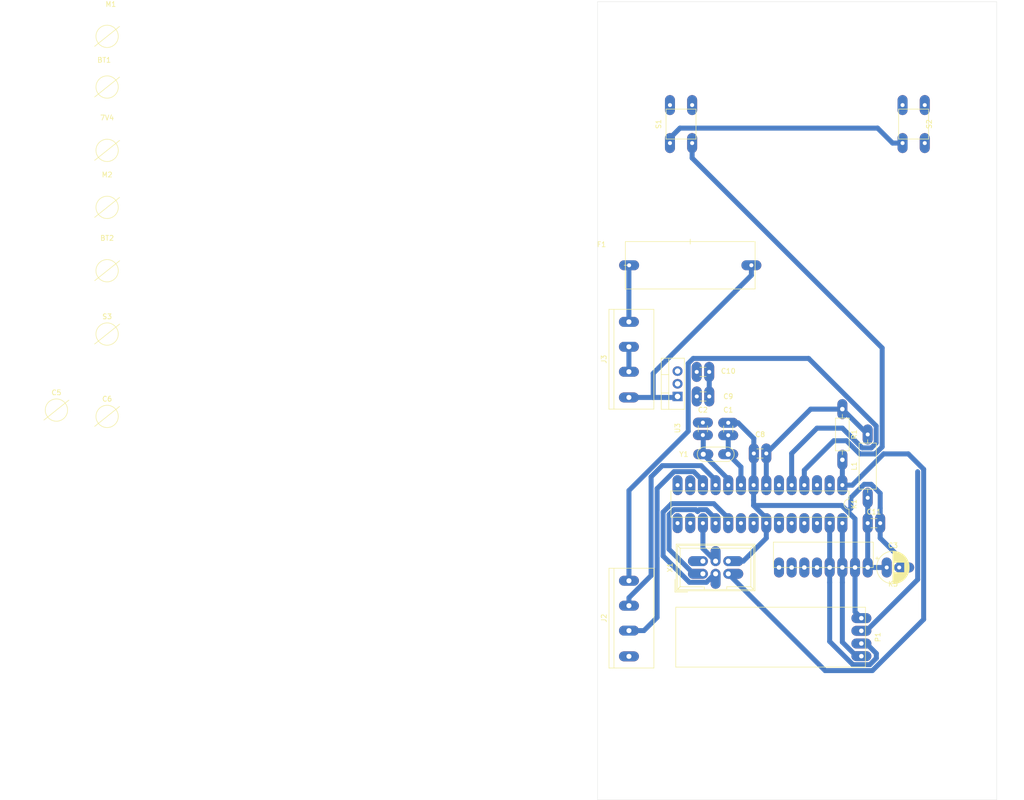
<source format=kicad_pcb>
(kicad_pcb (version 20171130) (host pcbnew "(5.1.2)-2")

  (general
    (thickness 1.6)
    (drawings 6)
    (tracks 142)
    (zones 0)
    (modules 28)
    (nets 33)
  )

  (page A4)
  (layers
    (0 F.Cu signal)
    (31 B.Cu signal)
    (32 B.Adhes user)
    (33 F.Adhes user)
    (34 B.Paste user)
    (35 F.Paste user)
    (36 B.SilkS user)
    (37 F.SilkS user)
    (38 B.Mask user)
    (39 F.Mask user)
    (40 Dwgs.User user)
    (41 Cmts.User user)
    (42 Eco1.User user)
    (43 Eco2.User user)
    (44 Edge.Cuts user)
    (45 Margin user)
    (46 B.CrtYd user)
    (47 F.CrtYd user)
    (48 B.Fab user)
    (49 F.Fab user)
  )

  (setup
    (last_trace_width 1)
    (user_trace_width 1)
    (trace_clearance 0.2)
    (zone_clearance 0.508)
    (zone_45_only no)
    (trace_min 0.2)
    (via_size 0.8)
    (via_drill 0.4)
    (via_min_size 0.4)
    (via_min_drill 0.3)
    (uvia_size 0.3)
    (uvia_drill 0.1)
    (uvias_allowed no)
    (uvia_min_size 0.2)
    (uvia_min_drill 0.1)
    (edge_width 0.05)
    (segment_width 0.2)
    (pcb_text_width 0.3)
    (pcb_text_size 1.5 1.5)
    (mod_edge_width 0.12)
    (mod_text_size 1 1)
    (mod_text_width 0.15)
    (pad_size 2 4)
    (pad_drill 1)
    (pad_to_mask_clearance 0.051)
    (solder_mask_min_width 0.25)
    (aux_axis_origin 0 0)
    (visible_elements 7FFFFFFF)
    (pcbplotparams
      (layerselection 0x010fc_ffffffff)
      (usegerberextensions false)
      (usegerberattributes false)
      (usegerberadvancedattributes false)
      (creategerberjobfile false)
      (excludeedgelayer true)
      (linewidth 0.100000)
      (plotframeref false)
      (viasonmask false)
      (mode 1)
      (useauxorigin false)
      (hpglpennumber 1)
      (hpglpenspeed 20)
      (hpglpendiameter 15.000000)
      (psnegative false)
      (psa4output false)
      (plotreference true)
      (plotvalue true)
      (plotinvisibletext false)
      (padsonsilk false)
      (subtractmaskfromsilk false)
      (outputformat 1)
      (mirror false)
      (drillshape 1)
      (scaleselection 1)
      (outputdirectory ""))
  )

  (net 0 "")
  (net 1 20Mhz_1)
  (net 2 GND)
  (net 3 20Mhz_2)
  (net 4 RESET)
  (net 5 D9-right_motor_backward)
  (net 6 "Net-(K1-Pad2)")
  (net 7 MOSI)
  (net 8 MISO)
  (net 9 D3-left_motor_forward)
  (net 10 SCK)
  (net 11 "Net-(K1-Pad6)")
  (net 12 "Net-(K1-Pad20)")
  (net 13 +5V)
  (net 14 "Net-(K1-Pad21)")
  (net 15 "Net-(K1-Pad23)")
  (net 16 "Net-(K1-Pad24)")
  (net 17 D5-left_motor_backward)
  (net 18 "Net-(K1-Pad25)")
  (net 19 D6-right_motor_forward)
  (net 20 "Net-(K1-Pad13)")
  (net 21 SDA)
  (net 22 "Net-(K1-Pad14)")
  (net 23 SCL)
  (net 24 "Net-(C11-Pad1)")
  (net 25 "Net-(X1-Pad2)")
  (net 26 D2-button_RESET)
  (net 27 D1-button_SET)
  (net 28 "Net-(K1-Pad26)")
  (net 29 D10-screen_power)
  (net 30 +7V4_500mA)
  (net 31 "Net-(F1-Pad2)")
  (net 32 "Net-(J3-Pad6)")

  (net_class Default "Ceci est la Netclass par défaut."
    (clearance 0.2)
    (trace_width 0.25)
    (via_dia 0.8)
    (via_drill 0.4)
    (uvia_dia 0.3)
    (uvia_drill 0.1)
    (add_net +5V)
    (add_net +7V4_500mA)
    (add_net 20Mhz_1)
    (add_net 20Mhz_2)
    (add_net D1-button_SET)
    (add_net D10-screen_power)
    (add_net D2-button_RESET)
    (add_net D3-left_motor_forward)
    (add_net D5-left_motor_backward)
    (add_net D6-right_motor_forward)
    (add_net D9-right_motor_backward)
    (add_net GND)
    (add_net MISO)
    (add_net MOSI)
    (add_net "Net-(C11-Pad1)")
    (add_net "Net-(F1-Pad2)")
    (add_net "Net-(J3-Pad6)")
    (add_net "Net-(K1-Pad13)")
    (add_net "Net-(K1-Pad14)")
    (add_net "Net-(K1-Pad2)")
    (add_net "Net-(K1-Pad20)")
    (add_net "Net-(K1-Pad21)")
    (add_net "Net-(K1-Pad23)")
    (add_net "Net-(K1-Pad24)")
    (add_net "Net-(K1-Pad25)")
    (add_net "Net-(K1-Pad26)")
    (add_net "Net-(K1-Pad6)")
    (add_net "Net-(X1-Pad2)")
    (add_net RESET)
    (add_net SCK)
    (add_net SCL)
    (add_net SDA)
  )

  (module robot_self_balancing:TGL-Bornier4Pins_mm (layer F.Cu) (tedit 60817A5F) (tstamp 6081F49E)
    (at 50.8 148.59 90)
    (path /6090C2E3)
    (fp_text reference J2 (at 0 0.5 90) (layer F.SilkS)
      (effects (font (size 1 1) (thickness 0.15)))
    )
    (fp_text value "Motor commands" (at 0 -0.5 90) (layer F.Fab)
      (effects (font (size 1 1) (thickness 0.15)))
    )
    (fp_line (start -10 2.5) (end 10 2.5) (layer F.SilkS) (width 0.12))
    (fp_line (start 10 1.5) (end -10 1.5) (layer F.SilkS) (width 0.12))
    (fp_line (start 10 10.5) (end 10 1.5) (layer F.SilkS) (width 0.12))
    (fp_line (start -10 10.5) (end 10 10.5) (layer F.SilkS) (width 0.12))
    (fp_line (start -10 1.5) (end -10 10.5) (layer F.SilkS) (width 0.12))
    (pad 5 thru_hole oval (at -7.66 5.5 90) (size 2 4) (drill 1) (layers *.Cu *.Mask)
      (net 5 D9-right_motor_backward))
    (pad 8 thru_hole oval (at 7.5 5.5 270) (size 2 4) (drill 1) (layers *.Cu *.Mask)
      (net 9 D3-left_motor_forward))
    (pad 7 thru_hole oval (at 2.5 5.5 90) (size 2 4) (drill 1) (layers *.Cu *.Mask)
      (net 17 D5-left_motor_backward))
    (pad 6 thru_hole oval (at -2.5 5.5 90) (size 2 4) (drill 1) (layers *.Cu *.Mask)
      (net 19 D6-right_motor_forward))
  )

  (module robot_self_balancing:TGL-MPU_6050-perpendiculaire (layer F.Cu) (tedit 608176A8) (tstamp 608220BE)
    (at 95.25 142.24 180)
    (path /607F14C0)
    (fp_text reference K3 (at -13.97 0.5) (layer F.SilkS)
      (effects (font (size 1 1) (thickness 0.15)))
    )
    (fp_text value MPU-6050 (at -16.51 -1.27) (layer F.Fab)
      (effects (font (size 1 1) (thickness 0.15)))
    )
    (fp_line (start -10 8.89) (end -10 3.81) (layer F.SilkS) (width 0.12))
    (fp_line (start 10 8.89) (end -10 8.89) (layer F.SilkS) (width 0.12))
    (fp_line (start 10 3.81) (end 10 8.89) (layer F.SilkS) (width 0.12))
    (fp_line (start -10 3.81) (end 10 3.81) (layer F.SilkS) (width 0.12))
    (pad 13 thru_hole oval (at -8.89 3.81 180) (size 2 4) (drill 0.9) (layers *.Cu *.Mask)
      (net 24 "Net-(C11-Pad1)"))
    (pad 18 thru_hole oval (at -6.35 3.81 180) (size 2 4) (drill 0.9) (layers *.Cu *.Mask)
      (net 2 GND))
    (pad "" thru_hole oval (at 8.89 3.81 180) (size 2 4) (drill 0.9) (layers *.Cu *.Mask))
    (pad "" thru_hole oval (at 6.35 3.81 180) (size 2 4) (drill 0.9) (layers *.Cu *.Mask))
    (pad "" thru_hole oval (at 3.81 3.81 180) (size 2 4) (drill 0.9) (layers *.Cu *.Mask))
    (pad "" thru_hole oval (at 1.27 3.81 180) (size 2 4) (drill 0.9) (layers *.Cu *.Mask))
    (pad 24 thru_hole oval (at -1.27 3.81 180) (size 2 4) (drill 0.9) (layers *.Cu *.Mask)
      (net 21 SDA))
    (pad 23 thru_hole oval (at -3.81 3.81 180) (size 2 4) (drill 0.9) (layers *.Cu *.Mask)
      (net 23 SCL))
  )

  (module robot_self_balancing:TGL-Push_Button (layer F.Cu) (tedit 60813E59) (tstamp 60820005)
    (at 62.23 49.53 90)
    (path /607F31F0)
    (fp_text reference S1 (at 0 0 90) (layer F.SilkS)
      (effects (font (size 1 1) (thickness 0.15)))
    )
    (fp_text value Reset (at 0 8.89 90) (layer F.Fab)
      (effects (font (size 1 1) (thickness 0.15)))
    )
    (fp_line (start 3 7.5) (end 3 1.5) (layer F.SilkS) (width 0.12))
    (fp_line (start -3 1.5) (end 3 1.5) (layer F.SilkS) (width 0.12))
    (fp_line (start -3 7.5) (end 3 7.5) (layer F.SilkS) (width 0.12))
    (fp_line (start -3 1.5) (end -3 7.5) (layer F.SilkS) (width 0.12))
    (pad 4 thru_hole oval (at 3.81 6.731 90) (size 4 2) (drill 0.8) (layers *.Cu *.Mask))
    (pad 3 thru_hole oval (at 3.81 2.286 90) (size 4 2) (drill 0.8) (layers *.Cu *.Mask))
    (pad 2 thru_hole oval (at -3.81 6.731 90) (size 4 2) (drill 0.8) (layers *.Cu *.Mask)
      (net 26 D2-button_RESET))
    (pad 1 thru_hole oval (at -3.81 2.286 90) (size 4 2) (drill 0.8) (layers *.Cu *.Mask)
      (net 2 GND))
  )

  (module robot_self_balancing:TGL-C_12pF (layer F.Cu) (tedit 608123D2) (tstamp 60820907)
    (at 69.88 99.22)
    (descr "C, Disc series, Radial, pin pitch=2.50mm, , diameter*width=3.0*1.6mm^2, Capacitor, http://www.vishay.com/docs/45233/krseries.pdf")
    (tags "C Disc series Radial pin pitch 2.50mm  diameter 3.0mm width 1.6mm Capacitor")
    (path /607FFB85)
    (fp_text reference C10 (at 6.32 -0.16) (layer F.SilkS)
      (effects (font (size 1 1) (thickness 0.15)))
    )
    (fp_text value 100nF (at 6.32 2.38) (layer F.Fab)
      (effects (font (size 1 1) (thickness 0.15)))
    )
    (fp_text user %R (at 1.25 0) (layer F.Fab)
      (effects (font (size 0.6 0.6) (thickness 0.09)))
    )
    (fp_line (start 3.55 -1.05) (end -1.05 -1.05) (layer F.CrtYd) (width 0.05))
    (fp_line (start 3.55 1.05) (end 3.55 -1.05) (layer F.CrtYd) (width 0.05))
    (fp_line (start -1.05 1.05) (end 3.55 1.05) (layer F.CrtYd) (width 0.05))
    (fp_line (start -1.05 -1.05) (end -1.05 1.05) (layer F.CrtYd) (width 0.05))
    (fp_line (start 0.621 0.92) (end 1.879 0.92) (layer F.SilkS) (width 0.12))
    (fp_line (start 0.621 -0.92) (end 1.879 -0.92) (layer F.SilkS) (width 0.12))
    (fp_line (start 2.75 -0.8) (end -0.25 -0.8) (layer F.Fab) (width 0.1))
    (fp_line (start 2.75 0.8) (end 2.75 -0.8) (layer F.Fab) (width 0.1))
    (fp_line (start -0.25 0.8) (end 2.75 0.8) (layer F.Fab) (width 0.1))
    (fp_line (start -0.25 -0.8) (end -0.25 0.8) (layer F.Fab) (width 0.1))
    (pad 2 thru_hole oval (at 2.5 0) (size 2 4) (drill 0.8) (layers *.Cu *.Mask)
      (net 2 GND))
    (pad 1 thru_hole oval (at 0 0) (size 2 4) (drill 0.8) (layers *.Cu *.Mask)
      (net 13 +5V))
    (model ${KISYS3DMOD}/Capacitor_THT.3dshapes/C_Disc_D3.0mm_W1.6mm_P2.50mm.wrl
      (at (xyz 0 0 0))
      (scale (xyz 1 1 1))
      (rotate (xyz 0 0 0))
    )
  )

  (module robot_self_balancing:TGL-C_12pF (layer F.Cu) (tedit 608123D2) (tstamp 608205D3)
    (at 72.39 104.14 180)
    (descr "C, Disc series, Radial, pin pitch=2.50mm, , diameter*width=3.0*1.6mm^2, Capacitor, http://www.vishay.com/docs/45233/krseries.pdf")
    (tags "C Disc series Radial pin pitch 2.50mm  diameter 3.0mm width 1.6mm Capacitor")
    (path /607FEC3B)
    (fp_text reference C9 (at -3.81 0) (layer F.SilkS)
      (effects (font (size 1 1) (thickness 0.15)))
    )
    (fp_text value 100nF (at 139.68 -13.1) (layer F.Fab)
      (effects (font (size 1 1) (thickness 0.15)))
    )
    (fp_text user %R (at 1.25 0) (layer F.Fab)
      (effects (font (size 0.6 0.6) (thickness 0.09)))
    )
    (fp_line (start 3.55 -1.05) (end -1.05 -1.05) (layer F.CrtYd) (width 0.05))
    (fp_line (start 3.55 1.05) (end 3.55 -1.05) (layer F.CrtYd) (width 0.05))
    (fp_line (start -1.05 1.05) (end 3.55 1.05) (layer F.CrtYd) (width 0.05))
    (fp_line (start -1.05 -1.05) (end -1.05 1.05) (layer F.CrtYd) (width 0.05))
    (fp_line (start 0.621 0.92) (end 1.879 0.92) (layer F.SilkS) (width 0.12))
    (fp_line (start 0.621 -0.92) (end 1.879 -0.92) (layer F.SilkS) (width 0.12))
    (fp_line (start 2.75 -0.8) (end -0.25 -0.8) (layer F.Fab) (width 0.1))
    (fp_line (start 2.75 0.8) (end 2.75 -0.8) (layer F.Fab) (width 0.1))
    (fp_line (start -0.25 0.8) (end 2.75 0.8) (layer F.Fab) (width 0.1))
    (fp_line (start -0.25 -0.8) (end -0.25 0.8) (layer F.Fab) (width 0.1))
    (pad 2 thru_hole oval (at 2.5 0 180) (size 2 4) (drill 0.8) (layers *.Cu *.Mask)
      (net 30 +7V4_500mA))
    (pad 1 thru_hole oval (at 0 0 180) (size 2 4) (drill 0.8) (layers *.Cu *.Mask)
      (net 2 GND))
    (model ${KISYS3DMOD}/Capacitor_THT.3dshapes/C_Disc_D3.0mm_W1.6mm_P2.50mm.wrl
      (at (xyz 0 0 0))
      (scale (xyz 1 1 1))
      (rotate (xyz 0 0 0))
    )
  )

  (module robot_self_balancing:TGL-C_12pF (layer F.Cu) (tedit 608123D2) (tstamp 60820892)
    (at 81.32 115.57)
    (descr "C, Disc series, Radial, pin pitch=2.50mm, , diameter*width=3.0*1.6mm^2, Capacitor, http://www.vishay.com/docs/45233/krseries.pdf")
    (tags "C Disc series Radial pin pitch 2.50mm  diameter 3.0mm width 1.6mm Capacitor")
    (path /6083C484)
    (fp_text reference C8 (at 1.27 -3.81) (layer F.SilkS)
      (effects (font (size 1 1) (thickness 0.15)))
    )
    (fp_text value "100 nF" (at 1.23 3.81) (layer F.Fab)
      (effects (font (size 1 1) (thickness 0.15)))
    )
    (fp_text user %R (at 1.25 0) (layer F.Fab)
      (effects (font (size 0.6 0.6) (thickness 0.09)))
    )
    (fp_line (start 3.55 -1.05) (end -1.05 -1.05) (layer F.CrtYd) (width 0.05))
    (fp_line (start 3.55 1.05) (end 3.55 -1.05) (layer F.CrtYd) (width 0.05))
    (fp_line (start -1.05 1.05) (end 3.55 1.05) (layer F.CrtYd) (width 0.05))
    (fp_line (start -1.05 -1.05) (end -1.05 1.05) (layer F.CrtYd) (width 0.05))
    (fp_line (start 0.621 0.92) (end 1.879 0.92) (layer F.SilkS) (width 0.12))
    (fp_line (start 0.621 -0.92) (end 1.879 -0.92) (layer F.SilkS) (width 0.12))
    (fp_line (start 2.75 -0.8) (end -0.25 -0.8) (layer F.Fab) (width 0.1))
    (fp_line (start 2.75 0.8) (end 2.75 -0.8) (layer F.Fab) (width 0.1))
    (fp_line (start -0.25 0.8) (end 2.75 0.8) (layer F.Fab) (width 0.1))
    (fp_line (start -0.25 -0.8) (end -0.25 0.8) (layer F.Fab) (width 0.1))
    (pad 2 thru_hole oval (at 2.5 0) (size 2 4) (drill 0.8) (layers *.Cu *.Mask)
      (net 13 +5V))
    (pad 1 thru_hole oval (at 0 0) (size 2 4) (drill 0.8) (layers *.Cu *.Mask)
      (net 2 GND))
    (model ${KISYS3DMOD}/Capacitor_THT.3dshapes/C_Disc_D3.0mm_W1.6mm_P2.50mm.wrl
      (at (xyz 0 0 0))
      (scale (xyz 1 1 1))
      (rotate (xyz 0 0 0))
    )
  )

  (module robot_self_balancing:TGL-NO_PRINT (layer F.Cu) (tedit 60811E96) (tstamp 608205B1)
    (at -48.26 104.14)
    (path /6080F4E8)
    (fp_text reference C6 (at 0 0.5) (layer F.SilkS)
      (effects (font (size 1 1) (thickness 0.15)))
    )
    (fp_text value "1 mF" (at 0 -0.5) (layer F.Fab)
      (effects (font (size 1 1) (thickness 0.15)))
    )
    (fp_line (start 2.5 2) (end -2.5 6) (layer F.SilkS) (width 0.12))
    (fp_circle (center 0 4) (end 1 2) (layer F.SilkS) (width 0.12))
  )

  (module robot_self_balancing:TGL-NO_PRINT (layer F.Cu) (tedit 60811E96) (tstamp 608205AB)
    (at -58.42 102.87)
    (path /6080D5A6)
    (fp_text reference C5 (at 0 0.5) (layer F.SilkS)
      (effects (font (size 1 1) (thickness 0.15)))
    )
    (fp_text value "1 mF" (at 0 -0.5) (layer F.Fab)
      (effects (font (size 1 1) (thickness 0.15)))
    )
    (fp_line (start 2.5 2) (end -2.5 6) (layer F.SilkS) (width 0.12))
    (fp_circle (center 0 4) (end 1 2) (layer F.SilkS) (width 0.12))
  )

  (module robot_self_balancing:TGL-Push_Button (layer F.Cu) (tedit 60813E59) (tstamp 6081B7A1)
    (at 108.839 49.53 90)
    (path /607F39F7)
    (fp_text reference S2 (at 0 7.62 90) (layer F.SilkS)
      (effects (font (size 1 1) (thickness 0.15)))
    )
    (fp_text value Set (at 0 -0.5 90) (layer F.Fab)
      (effects (font (size 1 1) (thickness 0.15)))
    )
    (fp_line (start 3 7.5) (end 3 1.5) (layer F.SilkS) (width 0.12))
    (fp_line (start -3 1.5) (end 3 1.5) (layer F.SilkS) (width 0.12))
    (fp_line (start -3 7.5) (end 3 7.5) (layer F.SilkS) (width 0.12))
    (fp_line (start -3 1.5) (end -3 7.5) (layer F.SilkS) (width 0.12))
    (pad 4 thru_hole oval (at 3.81 6.731 90) (size 4 2) (drill 0.8) (layers *.Cu *.Mask))
    (pad 3 thru_hole oval (at 3.81 2.286 90) (size 4 2) (drill 0.8) (layers *.Cu *.Mask))
    (pad 2 thru_hole oval (at -3.81 6.731 90) (size 4 2) (drill 0.8) (layers *.Cu *.Mask)
      (net 27 D1-button_SET))
    (pad 1 thru_hole oval (at -3.81 2.286 90) (size 4 2) (drill 0.8) (layers *.Cu *.Mask)
      (net 2 GND))
  )

  (module robot_self_balancing:TGL-Bornier4Pins_mm (layer F.Cu) (tedit 60816853) (tstamp 6081F4AB)
    (at 50.79 96.68 90)
    (path /608AA5D7)
    (fp_text reference J3 (at 0 0.5 90) (layer F.SilkS)
      (effects (font (size 1 1) (thickness 0.15)))
    )
    (fp_text value "Power bornier" (at 0 -0.5 90) (layer F.Fab)
      (effects (font (size 1 1) (thickness 0.15)))
    )
    (fp_line (start -10 2.5) (end 10 2.5) (layer F.SilkS) (width 0.12))
    (fp_line (start 10 1.5) (end -10 1.5) (layer F.SilkS) (width 0.12))
    (fp_line (start 10 10.5) (end 10 1.5) (layer F.SilkS) (width 0.12))
    (fp_line (start -10 10.5) (end 10 10.5) (layer F.SilkS) (width 0.12))
    (fp_line (start -10 1.5) (end -10 10.5) (layer F.SilkS) (width 0.12))
    (pad 8 thru_hole oval (at -7.66 5.5 90) (size 2 4) (drill 1) (layers *.Cu *.Mask)
      (net 30 +7V4_500mA))
    (pad 5 thru_hole oval (at 7.5 5.5 270) (size 2 4) (drill 1) (layers *.Cu *.Mask)
      (net 31 "Net-(F1-Pad2)"))
    (pad 7 thru_hole oval (at 2.5 5.5 90) (size 2 4) (drill 1) (layers *.Cu *.Mask)
      (net 32 "Net-(J3-Pad6)"))
    (pad 6 thru_hole oval (at -2.5 5.5 90) (size 2 4) (drill 1) (layers *.Cu *.Mask)
      (net 32 "Net-(J3-Pad6)"))
  )

  (module robot_self_balancing:TGL-Fuse (layer F.Cu) (tedit 60813943) (tstamp 60821254)
    (at 68.58 85.09 180)
    (path /60842831)
    (fp_text reference F1 (at 17.78 11.43) (layer F.SilkS)
      (effects (font (size 1 1) (thickness 0.15)))
    )
    (fp_text value 500mA (at 19.05 13.97) (layer F.Fab)
      (effects (font (size 1 1) (thickness 0.15)))
    )
    (fp_line (start 12.75 7.25) (end 13.25 7.25) (layer F.SilkS) (width 0.12))
    (fp_line (start 0 11.5) (end 0 12.5) (layer F.SilkS) (width 0.12))
    (fp_line (start 13 2.5) (end 13 12) (layer F.SilkS) (width 0.12))
    (fp_line (start 13 12) (end -13 12) (layer F.SilkS) (width 0.12))
    (fp_line (start -13 12) (end -13 2.5) (layer F.SilkS) (width 0.12))
    (fp_line (start -13 2.5) (end 13 2.5) (layer F.SilkS) (width 0.12))
    (pad 1 thru_hole oval (at -12.25 7.25 270) (size 2 4) (drill 0.8) (layers *.Cu *.Mask)
      (net 30 +7V4_500mA))
    (pad 2 thru_hole oval (at 12.25 7.25 270) (size 2 4) (drill 0.8) (layers *.Cu *.Mask)
      (net 31 "Net-(F1-Pad2)"))
  )

  (module robot_self_balancing:TGL-NO_PRINT (layer F.Cu) (tedit 60811E96) (tstamp 6081DCEB)
    (at -48.26 87.63)
    (path /607F00B3)
    (fp_text reference S3 (at 0 0.5) (layer F.SilkS)
      (effects (font (size 1 1) (thickness 0.15)))
    )
    (fp_text value "Main switch power" (at 0 -0.5) (layer F.Fab)
      (effects (font (size 1 1) (thickness 0.15)))
    )
    (fp_line (start 2.5 2) (end -2.5 6) (layer F.SilkS) (width 0.12))
    (fp_circle (center 0 4) (end 1 2) (layer F.SilkS) (width 0.12))
  )

  (module robot_self_balancing:TGL-C_12pF (layer F.Cu) (tedit 608123D2) (tstamp 608220EC)
    (at 104.14 129.54)
    (descr "C, Disc series, Radial, pin pitch=2.50mm, , diameter*width=3.0*1.6mm^2, Capacitor, http://www.vishay.com/docs/45233/krseries.pdf")
    (tags "C Disc series Radial pin pitch 2.50mm  diameter 3.0mm width 1.6mm Capacitor")
    (path /6083A695)
    (fp_text reference C11 (at 1.25 -2.25) (layer F.SilkS)
      (effects (font (size 1 1) (thickness 0.15)))
    )
    (fp_text value 100nF (at 1.25 2.25) (layer F.Fab)
      (effects (font (size 1 1) (thickness 0.15)))
    )
    (fp_text user %R (at 1.25 0) (layer F.Fab)
      (effects (font (size 0.6 0.6) (thickness 0.09)))
    )
    (fp_line (start 3.55 -1.05) (end -1.05 -1.05) (layer F.CrtYd) (width 0.05))
    (fp_line (start 3.55 1.05) (end 3.55 -1.05) (layer F.CrtYd) (width 0.05))
    (fp_line (start -1.05 1.05) (end 3.55 1.05) (layer F.CrtYd) (width 0.05))
    (fp_line (start -1.05 -1.05) (end -1.05 1.05) (layer F.CrtYd) (width 0.05))
    (fp_line (start 0.621 0.92) (end 1.879 0.92) (layer F.SilkS) (width 0.12))
    (fp_line (start 0.621 -0.92) (end 1.879 -0.92) (layer F.SilkS) (width 0.12))
    (fp_line (start 2.75 -0.8) (end -0.25 -0.8) (layer F.Fab) (width 0.1))
    (fp_line (start 2.75 0.8) (end 2.75 -0.8) (layer F.Fab) (width 0.1))
    (fp_line (start -0.25 0.8) (end 2.75 0.8) (layer F.Fab) (width 0.1))
    (fp_line (start -0.25 -0.8) (end -0.25 0.8) (layer F.Fab) (width 0.1))
    (pad 2 thru_hole oval (at 2.5 0) (size 2 4) (drill 0.8) (layers *.Cu *.Mask)
      (net 2 GND))
    (pad 1 thru_hole oval (at 0 0) (size 2 4) (drill 0.8) (layers *.Cu *.Mask)
      (net 24 "Net-(C11-Pad1)"))
    (model ${KISYS3DMOD}/Capacitor_THT.3dshapes/C_Disc_D3.0mm_W1.6mm_P2.50mm.wrl
      (at (xyz 0 0 0))
      (scale (xyz 1 1 1))
      (rotate (xyz 0 0 0))
    )
  )

  (module robot_self_balancing:TGL-NO_PRINT (layer F.Cu) (tedit 60811E96) (tstamp 608192B1)
    (at -48.26 74.93)
    (path /60822B55)
    (fp_text reference BT2 (at 0 -2.54) (layer F.SilkS)
      (effects (font (size 1 1) (thickness 0.15)))
    )
    (fp_text value "LiPo 3V7" (at 0 0) (layer F.Fab)
      (effects (font (size 1 1) (thickness 0.15)))
    )
    (fp_line (start 2.5 2) (end -2.5 6) (layer F.SilkS) (width 0.12))
    (fp_circle (center 0 4) (end 1 2) (layer F.SilkS) (width 0.12))
  )

  (module robot_self_balancing:TGL-NO_PRINT (layer F.Cu) (tedit 60811E96) (tstamp 6081914A)
    (at -48.26 62.23)
    (path /607E674F)
    (fp_text reference M2 (at 0 -2.54) (layer F.SilkS)
      (effects (font (size 1 1) (thickness 0.15)))
    )
    (fp_text value Left (at 0 0) (layer F.Fab)
      (effects (font (size 1 1) (thickness 0.15)))
    )
    (fp_line (start 2.5 2) (end -2.5 6) (layer F.SilkS) (width 0.12))
    (fp_circle (center 0 4) (end 1 2) (layer F.SilkS) (width 0.12))
  )

  (module robot_self_balancing:TGL-NO_PRINT (layer F.Cu) (tedit 60811E96) (tstamp 60818F17)
    (at -48.26 50.8)
    (path /607F55B5)
    (fp_text reference 7V4 (at 0 -2.54) (layer F.SilkS)
      (effects (font (size 1 1) (thickness 0.15)))
    )
    (fp_text value +7V4 (at 0 0) (layer F.Fab)
      (effects (font (size 1 1) (thickness 0.15)))
    )
    (fp_line (start 2.5 2) (end -2.5 6) (layer F.SilkS) (width 0.12))
    (fp_circle (center 0 4) (end 1 2) (layer F.SilkS) (width 0.12))
  )

  (module robot_self_balancing:TGL-NO_PRINT (layer F.Cu) (tedit 60811E96) (tstamp 6081CFAA)
    (at -48.26 38.1)
    (path /608253B5)
    (fp_text reference BT1 (at -0.59 -1.41) (layer F.SilkS)
      (effects (font (size 1 1) (thickness 0.15)))
    )
    (fp_text value "LiPo 3V7" (at -0.59 -0.14) (layer F.Fab)
      (effects (font (size 1 1) (thickness 0.15)))
    )
    (fp_line (start 2.5 2) (end -2.5 6) (layer F.SilkS) (width 0.12))
    (fp_circle (center 0 4) (end 1 2) (layer F.SilkS) (width 0.12))
  )

  (module robot_self_balancing:TGL-NO_PRINT (layer F.Cu) (tedit 60811E96) (tstamp 60819146)
    (at -48.26 27.94)
    (path /607E4EA1)
    (fp_text reference M1 (at 0.74 -2.44) (layer F.SilkS)
      (effects (font (size 1 1) (thickness 0.15)))
    )
    (fp_text value Right (at 0.74 0.1) (layer F.Fab)
      (effects (font (size 1 1) (thickness 0.15)))
    )
    (fp_line (start 2.5 2) (end -2.5 6) (layer F.SilkS) (width 0.12))
    (fp_circle (center 0 4) (end 1 2) (layer F.SilkS) (width 0.12))
  )

  (module robot_self_balancing:TGL-C_12pF (layer F.Cu) (tedit 608123D2) (tstamp 608212EC)
    (at 71.11 111.88 90)
    (descr "C, Disc series, Radial, pin pitch=2.50mm, , diameter*width=3.0*1.6mm^2, Capacitor, http://www.vishay.com/docs/45233/krseries.pdf")
    (tags "C Disc series Radial pin pitch 2.50mm  diameter 3.0mm width 1.6mm Capacitor")
    (path /607E7C0D)
    (fp_text reference C2 (at 5.04 0 180) (layer F.SilkS)
      (effects (font (size 1 1) (thickness 0.15)))
    )
    (fp_text value "22 pF" (at 1.23 -3.81 90) (layer F.Fab)
      (effects (font (size 1 1) (thickness 0.15)))
    )
    (fp_text user %R (at 1.25 0 90) (layer F.Fab)
      (effects (font (size 0.6 0.6) (thickness 0.09)))
    )
    (fp_line (start 3.55 -1.05) (end -1.05 -1.05) (layer F.CrtYd) (width 0.05))
    (fp_line (start 3.55 1.05) (end 3.55 -1.05) (layer F.CrtYd) (width 0.05))
    (fp_line (start -1.05 1.05) (end 3.55 1.05) (layer F.CrtYd) (width 0.05))
    (fp_line (start -1.05 -1.05) (end -1.05 1.05) (layer F.CrtYd) (width 0.05))
    (fp_line (start 0.621 0.92) (end 1.879 0.92) (layer F.SilkS) (width 0.12))
    (fp_line (start 0.621 -0.92) (end 1.879 -0.92) (layer F.SilkS) (width 0.12))
    (fp_line (start 2.75 -0.8) (end -0.25 -0.8) (layer F.Fab) (width 0.1))
    (fp_line (start 2.75 0.8) (end 2.75 -0.8) (layer F.Fab) (width 0.1))
    (fp_line (start -0.25 0.8) (end 2.75 0.8) (layer F.Fab) (width 0.1))
    (fp_line (start -0.25 -0.8) (end -0.25 0.8) (layer F.Fab) (width 0.1))
    (pad 2 thru_hole oval (at 2.5 0 90) (size 2 4) (drill 0.8) (layers *.Cu *.Mask)
      (net 2 GND))
    (pad 1 thru_hole oval (at 0 0 90) (size 2 4) (drill 0.8) (layers *.Cu *.Mask)
      (net 3 20Mhz_2))
    (model ${KISYS3DMOD}/Capacitor_THT.3dshapes/C_Disc_D3.0mm_W1.6mm_P2.50mm.wrl
      (at (xyz 0 0 0))
      (scale (xyz 1 1 1))
      (rotate (xyz 0 0 0))
    )
  )

  (module robot_self_balancing:TGL-C_12pF (layer F.Cu) (tedit 608123D2) (tstamp 608212BC)
    (at 76.19 111.92 90)
    (descr "C, Disc series, Radial, pin pitch=2.50mm, , diameter*width=3.0*1.6mm^2, Capacitor, http://www.vishay.com/docs/45233/krseries.pdf")
    (tags "C Disc series Radial pin pitch 2.50mm  diameter 3.0mm width 1.6mm Capacitor")
    (path /607E741A)
    (fp_text reference C1 (at 5.08 0 180) (layer F.SilkS)
      (effects (font (size 1 1) (thickness 0.15)))
    )
    (fp_text value "22 pF" (at 1.25 3.81 270) (layer F.Fab)
      (effects (font (size 1 1) (thickness 0.15)))
    )
    (fp_text user %R (at 1.25 0 90) (layer F.Fab)
      (effects (font (size 0.6 0.6) (thickness 0.09)))
    )
    (fp_line (start 3.55 -1.05) (end -1.05 -1.05) (layer F.CrtYd) (width 0.05))
    (fp_line (start 3.55 1.05) (end 3.55 -1.05) (layer F.CrtYd) (width 0.05))
    (fp_line (start -1.05 1.05) (end 3.55 1.05) (layer F.CrtYd) (width 0.05))
    (fp_line (start -1.05 -1.05) (end -1.05 1.05) (layer F.CrtYd) (width 0.05))
    (fp_line (start 0.621 0.92) (end 1.879 0.92) (layer F.SilkS) (width 0.12))
    (fp_line (start 0.621 -0.92) (end 1.879 -0.92) (layer F.SilkS) (width 0.12))
    (fp_line (start 2.75 -0.8) (end -0.25 -0.8) (layer F.Fab) (width 0.1))
    (fp_line (start 2.75 0.8) (end 2.75 -0.8) (layer F.Fab) (width 0.1))
    (fp_line (start -0.25 0.8) (end 2.75 0.8) (layer F.Fab) (width 0.1))
    (fp_line (start -0.25 -0.8) (end -0.25 0.8) (layer F.Fab) (width 0.1))
    (pad 2 thru_hole oval (at 2.5 0 90) (size 2 4) (drill 0.8) (layers *.Cu *.Mask)
      (net 2 GND))
    (pad 1 thru_hole oval (at 0 0 90) (size 2 4) (drill 0.8) (layers *.Cu *.Mask)
      (net 1 20Mhz_1))
    (model ${KISYS3DMOD}/Capacitor_THT.3dshapes/C_Disc_D3.0mm_W1.6mm_P2.50mm.wrl
      (at (xyz 0 0 0))
      (scale (xyz 1 1 1))
      (rotate (xyz 0 0 0))
    )
  )

  (module Capacitor_THT:CP_Radial_D6.3mm_P2.50mm (layer F.Cu) (tedit 60811C2B) (tstamp 6082219F)
    (at 107.95 138.43)
    (descr "CP, Radial series, Radial, pin pitch=2.50mm, , diameter=6.3mm, Electrolytic Capacitor")
    (tags "CP Radial series Radial pin pitch 2.50mm  diameter 6.3mm Electrolytic Capacitor")
    (path /60818E53)
    (fp_text reference C3 (at 1.25 -4.4) (layer F.SilkS)
      (effects (font (size 1 1) (thickness 0.15)))
    )
    (fp_text value 10uF (at 1.25 6.35) (layer F.Fab)
      (effects (font (size 1 1) (thickness 0.15)))
    )
    (fp_circle (center 1.25 0) (end 4.4 0) (layer F.Fab) (width 0.1))
    (fp_circle (center 1.25 0) (end 4.52 0) (layer F.SilkS) (width 0.12))
    (fp_circle (center 1.25 0) (end 4.65 0) (layer F.CrtYd) (width 0.05))
    (fp_line (start -1.443972 -1.3735) (end -0.813972 -1.3735) (layer F.Fab) (width 0.1))
    (fp_line (start -1.128972 -1.6885) (end -1.128972 -1.0585) (layer F.Fab) (width 0.1))
    (fp_line (start 1.25 -3.23) (end 1.25 3.23) (layer F.SilkS) (width 0.12))
    (fp_line (start 1.29 -3.23) (end 1.29 3.23) (layer F.SilkS) (width 0.12))
    (fp_line (start 1.33 -3.23) (end 1.33 3.23) (layer F.SilkS) (width 0.12))
    (fp_line (start 1.37 -3.228) (end 1.37 3.228) (layer F.SilkS) (width 0.12))
    (fp_line (start 1.41 -3.227) (end 1.41 3.227) (layer F.SilkS) (width 0.12))
    (fp_line (start 1.45 -3.224) (end 1.45 3.224) (layer F.SilkS) (width 0.12))
    (fp_line (start 1.49 -3.222) (end 1.49 -1.04) (layer F.SilkS) (width 0.12))
    (fp_line (start 1.49 1.04) (end 1.49 3.222) (layer F.SilkS) (width 0.12))
    (fp_line (start 1.53 -3.218) (end 1.53 -1.04) (layer F.SilkS) (width 0.12))
    (fp_line (start 1.53 1.04) (end 1.53 3.218) (layer F.SilkS) (width 0.12))
    (fp_line (start 1.57 -3.215) (end 1.57 -1.04) (layer F.SilkS) (width 0.12))
    (fp_line (start 1.57 1.04) (end 1.57 3.215) (layer F.SilkS) (width 0.12))
    (fp_line (start 1.61 -3.211) (end 1.61 -1.04) (layer F.SilkS) (width 0.12))
    (fp_line (start 1.61 1.04) (end 1.61 3.211) (layer F.SilkS) (width 0.12))
    (fp_line (start 1.65 -3.206) (end 1.65 -1.04) (layer F.SilkS) (width 0.12))
    (fp_line (start 1.65 1.04) (end 1.65 3.206) (layer F.SilkS) (width 0.12))
    (fp_line (start 1.69 -3.201) (end 1.69 -1.04) (layer F.SilkS) (width 0.12))
    (fp_line (start 1.69 1.04) (end 1.69 3.201) (layer F.SilkS) (width 0.12))
    (fp_line (start 1.73 -3.195) (end 1.73 -1.04) (layer F.SilkS) (width 0.12))
    (fp_line (start 1.73 1.04) (end 1.73 3.195) (layer F.SilkS) (width 0.12))
    (fp_line (start 1.77 -3.189) (end 1.77 -1.04) (layer F.SilkS) (width 0.12))
    (fp_line (start 1.77 1.04) (end 1.77 3.189) (layer F.SilkS) (width 0.12))
    (fp_line (start 1.81 -3.182) (end 1.81 -1.04) (layer F.SilkS) (width 0.12))
    (fp_line (start 1.81 1.04) (end 1.81 3.182) (layer F.SilkS) (width 0.12))
    (fp_line (start 1.85 -3.175) (end 1.85 -1.04) (layer F.SilkS) (width 0.12))
    (fp_line (start 1.85 1.04) (end 1.85 3.175) (layer F.SilkS) (width 0.12))
    (fp_line (start 1.89 -3.167) (end 1.89 -1.04) (layer F.SilkS) (width 0.12))
    (fp_line (start 1.89 1.04) (end 1.89 3.167) (layer F.SilkS) (width 0.12))
    (fp_line (start 1.93 -3.159) (end 1.93 -1.04) (layer F.SilkS) (width 0.12))
    (fp_line (start 1.93 1.04) (end 1.93 3.159) (layer F.SilkS) (width 0.12))
    (fp_line (start 1.971 -3.15) (end 1.971 -1.04) (layer F.SilkS) (width 0.12))
    (fp_line (start 1.971 1.04) (end 1.971 3.15) (layer F.SilkS) (width 0.12))
    (fp_line (start 2.011 -3.141) (end 2.011 -1.04) (layer F.SilkS) (width 0.12))
    (fp_line (start 2.011 1.04) (end 2.011 3.141) (layer F.SilkS) (width 0.12))
    (fp_line (start 2.051 -3.131) (end 2.051 -1.04) (layer F.SilkS) (width 0.12))
    (fp_line (start 2.051 1.04) (end 2.051 3.131) (layer F.SilkS) (width 0.12))
    (fp_line (start 2.091 -3.121) (end 2.091 -1.04) (layer F.SilkS) (width 0.12))
    (fp_line (start 2.091 1.04) (end 2.091 3.121) (layer F.SilkS) (width 0.12))
    (fp_line (start 2.131 -3.11) (end 2.131 -1.04) (layer F.SilkS) (width 0.12))
    (fp_line (start 2.131 1.04) (end 2.131 3.11) (layer F.SilkS) (width 0.12))
    (fp_line (start 2.171 -3.098) (end 2.171 -1.04) (layer F.SilkS) (width 0.12))
    (fp_line (start 2.171 1.04) (end 2.171 3.098) (layer F.SilkS) (width 0.12))
    (fp_line (start 2.211 -3.086) (end 2.211 -1.04) (layer F.SilkS) (width 0.12))
    (fp_line (start 2.211 1.04) (end 2.211 3.086) (layer F.SilkS) (width 0.12))
    (fp_line (start 2.251 -3.074) (end 2.251 -1.04) (layer F.SilkS) (width 0.12))
    (fp_line (start 2.251 1.04) (end 2.251 3.074) (layer F.SilkS) (width 0.12))
    (fp_line (start 2.291 -3.061) (end 2.291 -1.04) (layer F.SilkS) (width 0.12))
    (fp_line (start 2.291 1.04) (end 2.291 3.061) (layer F.SilkS) (width 0.12))
    (fp_line (start 2.331 -3.047) (end 2.331 -1.04) (layer F.SilkS) (width 0.12))
    (fp_line (start 2.331 1.04) (end 2.331 3.047) (layer F.SilkS) (width 0.12))
    (fp_line (start 2.371 -3.033) (end 2.371 -1.04) (layer F.SilkS) (width 0.12))
    (fp_line (start 2.371 1.04) (end 2.371 3.033) (layer F.SilkS) (width 0.12))
    (fp_line (start 2.411 -3.018) (end 2.411 -1.04) (layer F.SilkS) (width 0.12))
    (fp_line (start 2.411 1.04) (end 2.411 3.018) (layer F.SilkS) (width 0.12))
    (fp_line (start 2.451 -3.002) (end 2.451 -1.04) (layer F.SilkS) (width 0.12))
    (fp_line (start 2.451 1.04) (end 2.451 3.002) (layer F.SilkS) (width 0.12))
    (fp_line (start 2.491 -2.986) (end 2.491 -1.04) (layer F.SilkS) (width 0.12))
    (fp_line (start 2.491 1.04) (end 2.491 2.986) (layer F.SilkS) (width 0.12))
    (fp_line (start 2.531 -2.97) (end 2.531 -1.04) (layer F.SilkS) (width 0.12))
    (fp_line (start 2.531 1.04) (end 2.531 2.97) (layer F.SilkS) (width 0.12))
    (fp_line (start 2.571 -2.952) (end 2.571 -1.04) (layer F.SilkS) (width 0.12))
    (fp_line (start 2.571 1.04) (end 2.571 2.952) (layer F.SilkS) (width 0.12))
    (fp_line (start 2.611 -2.934) (end 2.611 -1.04) (layer F.SilkS) (width 0.12))
    (fp_line (start 2.611 1.04) (end 2.611 2.934) (layer F.SilkS) (width 0.12))
    (fp_line (start 2.651 -2.916) (end 2.651 -1.04) (layer F.SilkS) (width 0.12))
    (fp_line (start 2.651 1.04) (end 2.651 2.916) (layer F.SilkS) (width 0.12))
    (fp_line (start 2.691 -2.896) (end 2.691 -1.04) (layer F.SilkS) (width 0.12))
    (fp_line (start 2.691 1.04) (end 2.691 2.896) (layer F.SilkS) (width 0.12))
    (fp_line (start 2.731 -2.876) (end 2.731 -1.04) (layer F.SilkS) (width 0.12))
    (fp_line (start 2.731 1.04) (end 2.731 2.876) (layer F.SilkS) (width 0.12))
    (fp_line (start 2.771 -2.856) (end 2.771 -1.04) (layer F.SilkS) (width 0.12))
    (fp_line (start 2.771 1.04) (end 2.771 2.856) (layer F.SilkS) (width 0.12))
    (fp_line (start 2.811 -2.834) (end 2.811 -1.04) (layer F.SilkS) (width 0.12))
    (fp_line (start 2.811 1.04) (end 2.811 2.834) (layer F.SilkS) (width 0.12))
    (fp_line (start 2.851 -2.812) (end 2.851 -1.04) (layer F.SilkS) (width 0.12))
    (fp_line (start 2.851 1.04) (end 2.851 2.812) (layer F.SilkS) (width 0.12))
    (fp_line (start 2.891 -2.79) (end 2.891 -1.04) (layer F.SilkS) (width 0.12))
    (fp_line (start 2.891 1.04) (end 2.891 2.79) (layer F.SilkS) (width 0.12))
    (fp_line (start 2.931 -2.766) (end 2.931 -1.04) (layer F.SilkS) (width 0.12))
    (fp_line (start 2.931 1.04) (end 2.931 2.766) (layer F.SilkS) (width 0.12))
    (fp_line (start 2.971 -2.742) (end 2.971 -1.04) (layer F.SilkS) (width 0.12))
    (fp_line (start 2.971 1.04) (end 2.971 2.742) (layer F.SilkS) (width 0.12))
    (fp_line (start 3.011 -2.716) (end 3.011 -1.04) (layer F.SilkS) (width 0.12))
    (fp_line (start 3.011 1.04) (end 3.011 2.716) (layer F.SilkS) (width 0.12))
    (fp_line (start 3.051 -2.69) (end 3.051 -1.04) (layer F.SilkS) (width 0.12))
    (fp_line (start 3.051 1.04) (end 3.051 2.69) (layer F.SilkS) (width 0.12))
    (fp_line (start 3.091 -2.664) (end 3.091 -1.04) (layer F.SilkS) (width 0.12))
    (fp_line (start 3.091 1.04) (end 3.091 2.664) (layer F.SilkS) (width 0.12))
    (fp_line (start 3.131 -2.636) (end 3.131 -1.04) (layer F.SilkS) (width 0.12))
    (fp_line (start 3.131 1.04) (end 3.131 2.636) (layer F.SilkS) (width 0.12))
    (fp_line (start 3.171 -2.607) (end 3.171 -1.04) (layer F.SilkS) (width 0.12))
    (fp_line (start 3.171 1.04) (end 3.171 2.607) (layer F.SilkS) (width 0.12))
    (fp_line (start 3.211 -2.578) (end 3.211 -1.04) (layer F.SilkS) (width 0.12))
    (fp_line (start 3.211 1.04) (end 3.211 2.578) (layer F.SilkS) (width 0.12))
    (fp_line (start 3.251 -2.548) (end 3.251 -1.04) (layer F.SilkS) (width 0.12))
    (fp_line (start 3.251 1.04) (end 3.251 2.548) (layer F.SilkS) (width 0.12))
    (fp_line (start 3.291 -2.516) (end 3.291 -1.04) (layer F.SilkS) (width 0.12))
    (fp_line (start 3.291 1.04) (end 3.291 2.516) (layer F.SilkS) (width 0.12))
    (fp_line (start 3.331 -2.484) (end 3.331 -1.04) (layer F.SilkS) (width 0.12))
    (fp_line (start 3.331 1.04) (end 3.331 2.484) (layer F.SilkS) (width 0.12))
    (fp_line (start 3.371 -2.45) (end 3.371 -1.04) (layer F.SilkS) (width 0.12))
    (fp_line (start 3.371 1.04) (end 3.371 2.45) (layer F.SilkS) (width 0.12))
    (fp_line (start 3.411 -2.416) (end 3.411 -1.04) (layer F.SilkS) (width 0.12))
    (fp_line (start 3.411 1.04) (end 3.411 2.416) (layer F.SilkS) (width 0.12))
    (fp_line (start 3.451 -2.38) (end 3.451 -1.04) (layer F.SilkS) (width 0.12))
    (fp_line (start 3.451 1.04) (end 3.451 2.38) (layer F.SilkS) (width 0.12))
    (fp_line (start 3.491 -2.343) (end 3.491 -1.04) (layer F.SilkS) (width 0.12))
    (fp_line (start 3.491 1.04) (end 3.491 2.343) (layer F.SilkS) (width 0.12))
    (fp_line (start 3.531 -2.305) (end 3.531 -1.04) (layer F.SilkS) (width 0.12))
    (fp_line (start 3.531 1.04) (end 3.531 2.305) (layer F.SilkS) (width 0.12))
    (fp_line (start 3.571 -2.265) (end 3.571 2.265) (layer F.SilkS) (width 0.12))
    (fp_line (start 3.611 -2.224) (end 3.611 2.224) (layer F.SilkS) (width 0.12))
    (fp_line (start 3.651 -2.182) (end 3.651 2.182) (layer F.SilkS) (width 0.12))
    (fp_line (start 3.691 -2.137) (end 3.691 2.137) (layer F.SilkS) (width 0.12))
    (fp_line (start 3.731 -2.092) (end 3.731 2.092) (layer F.SilkS) (width 0.12))
    (fp_line (start 3.771 -2.044) (end 3.771 2.044) (layer F.SilkS) (width 0.12))
    (fp_line (start 3.811 -1.995) (end 3.811 1.995) (layer F.SilkS) (width 0.12))
    (fp_line (start 3.851 -1.944) (end 3.851 1.944) (layer F.SilkS) (width 0.12))
    (fp_line (start 3.891 -1.89) (end 3.891 1.89) (layer F.SilkS) (width 0.12))
    (fp_line (start 3.931 -1.834) (end 3.931 1.834) (layer F.SilkS) (width 0.12))
    (fp_line (start 3.971 -1.776) (end 3.971 1.776) (layer F.SilkS) (width 0.12))
    (fp_line (start 4.011 -1.714) (end 4.011 1.714) (layer F.SilkS) (width 0.12))
    (fp_line (start 4.051 -1.65) (end 4.051 1.65) (layer F.SilkS) (width 0.12))
    (fp_line (start 4.091 -1.581) (end 4.091 1.581) (layer F.SilkS) (width 0.12))
    (fp_line (start 4.131 -1.509) (end 4.131 1.509) (layer F.SilkS) (width 0.12))
    (fp_line (start 4.171 -1.432) (end 4.171 1.432) (layer F.SilkS) (width 0.12))
    (fp_line (start 4.211 -1.35) (end 4.211 1.35) (layer F.SilkS) (width 0.12))
    (fp_line (start 4.251 -1.262) (end 4.251 1.262) (layer F.SilkS) (width 0.12))
    (fp_line (start 4.291 -1.165) (end 4.291 1.165) (layer F.SilkS) (width 0.12))
    (fp_line (start 4.331 -1.059) (end 4.331 1.059) (layer F.SilkS) (width 0.12))
    (fp_line (start 4.371 -0.94) (end 4.371 0.94) (layer F.SilkS) (width 0.12))
    (fp_line (start 4.411 -0.802) (end 4.411 0.802) (layer F.SilkS) (width 0.12))
    (fp_line (start 4.451 -0.633) (end 4.451 0.633) (layer F.SilkS) (width 0.12))
    (fp_line (start 4.491 -0.402) (end 4.491 0.402) (layer F.SilkS) (width 0.12))
    (fp_line (start -2.250241 -1.839) (end -1.620241 -1.839) (layer F.SilkS) (width 0.12))
    (fp_line (start -1.935241 -2.154) (end -1.935241 -1.524) (layer F.SilkS) (width 0.12))
    (fp_text user %R (at 1.25 0) (layer F.Fab)
      (effects (font (size 1 1) (thickness 0.15)))
    )
    (pad 1 thru_hole oval (at 0 0) (size 2 4) (drill 0.8) (layers *.Cu *.Mask)
      (net 24 "Net-(C11-Pad1)"))
    (pad 2 thru_hole oval (at 2.5 0) (size 4 2) (drill 0.8 (offset 1 0)) (layers *.Cu *.Mask)
      (net 2 GND))
    (model ${KISYS3DMOD}/Capacitor_THT.3dshapes/CP_Radial_D6.3mm_P2.50mm.wrl
      (at (xyz 0 0 0))
      (scale (xyz 1 1 1))
      (rotate (xyz 0 0 0))
    )
  )

  (module robot_self_balancing:TGL_L (layer F.Cu) (tedit 608119DE) (tstamp 608222DA)
    (at 104.14 124.46 90)
    (descr "Resistor, Axial_DIN0309 series, Axial, Horizontal, pin pitch=12.7mm, 0.5W = 1/2W, length*diameter=9*3.2mm^2, http://cdn-reichelt.de/documents/datenblatt/B400/1_4W%23YAG.pdf")
    (tags "Resistor Axial_DIN0309 series Axial Horizontal pin pitch 12.7mm 0.5W = 1/2W length 9mm diameter 3.2mm")
    (path /607F8762)
    (fp_text reference L1 (at 6.35 -2.72 90) (layer F.SilkS)
      (effects (font (size 1 1) (thickness 0.15)))
    )
    (fp_text value 330_Ohms/100MHz/300nH (at 6.35 30.48 90) (layer F.Fab)
      (effects (font (size 1 1) (thickness 0.15)))
    )
    (fp_line (start 13.75 -1.85) (end -1.05 -1.85) (layer F.CrtYd) (width 0.05))
    (fp_line (start 13.75 1.85) (end 13.75 -1.85) (layer F.CrtYd) (width 0.05))
    (fp_line (start -1.05 1.85) (end 13.75 1.85) (layer F.CrtYd) (width 0.05))
    (fp_line (start -1.05 -1.85) (end -1.05 1.85) (layer F.CrtYd) (width 0.05))
    (fp_line (start 11.66 0) (end 10.97 0) (layer F.SilkS) (width 0.12))
    (fp_line (start 1.04 0) (end 1.73 0) (layer F.SilkS) (width 0.12))
    (fp_line (start 10.97 -1.72) (end 1.73 -1.72) (layer F.SilkS) (width 0.12))
    (fp_line (start 10.97 1.72) (end 10.97 -1.72) (layer F.SilkS) (width 0.12))
    (fp_line (start 1.73 1.72) (end 10.97 1.72) (layer F.SilkS) (width 0.12))
    (fp_line (start 1.73 -1.72) (end 1.73 1.72) (layer F.SilkS) (width 0.12))
    (fp_line (start 12.7 0) (end 10.85 0) (layer F.Fab) (width 0.1))
    (fp_line (start 0 0) (end 1.85 0) (layer F.Fab) (width 0.1))
    (fp_line (start 10.85 -1.6) (end 1.85 -1.6) (layer F.Fab) (width 0.1))
    (fp_line (start 10.85 1.6) (end 10.85 -1.6) (layer F.Fab) (width 0.1))
    (fp_line (start 1.85 1.6) (end 10.85 1.6) (layer F.Fab) (width 0.1))
    (fp_line (start 1.85 -1.6) (end 1.85 1.6) (layer F.Fab) (width 0.1))
    (pad 2 thru_hole oval (at 12.7 0 90) (size 4 2) (drill 0.8) (layers *.Cu *.Mask)
      (net 13 +5V))
    (pad 1 thru_hole oval (at 0 0 90) (size 4 2) (drill 0.8) (layers *.Cu *.Mask)
      (net 24 "Net-(C11-Pad1)"))
    (model ${KISYS3DMOD}/Resistor_THT.3dshapes/R_Axial_DIN0309_L9.0mm_D3.2mm_P12.70mm_Horizontal.wrl
      (at (xyz 0 0 0))
      (scale (xyz 1 1 1))
      (rotate (xyz 0 0 0))
    )
  )

  (module robot_self_balancing:TGL-OLED_Screen (layer F.Cu) (tedit 607ED143) (tstamp 607F4DC7)
    (at 106.68 152.4 270)
    (path /608002E0)
    (fp_text reference P1 (at 0 0.5 90) (layer F.SilkS)
      (effects (font (size 1 1) (thickness 0.15)))
    )
    (fp_text value OLED_Screen (at 0 -6.35 180) (layer F.Fab)
      (effects (font (size 1 1) (thickness 0.15)))
    )
    (fp_line (start -6 41) (end -6 3) (layer F.SilkS) (width 0.12))
    (fp_line (start 6 41) (end -6 41) (layer F.SilkS) (width 0.12))
    (fp_line (start 6 3) (end 6 41) (layer F.SilkS) (width 0.12))
    (fp_line (start -6 3) (end 6 3) (layer F.SilkS) (width 0.12))
    (pad 1 thru_hole oval (at -3.81 3.81 270) (size 2 4) (drill 0.9) (layers *.Cu *.Mask)
      (net 2 GND))
    (pad 2 thru_hole oval (at -1.27 3.81 270) (size 2 4) (drill 0.9) (layers *.Cu *.Mask)
      (net 13 +5V))
    (pad 4 thru_hole oval (at 3.81 3.81 270) (size 2 4) (drill 0.9) (layers *.Cu *.Mask)
      (net 23 SCL))
    (pad 3 thru_hole oval (at 1.27 3.81 270) (size 2 4) (drill 0.9) (layers *.Cu *.Mask)
      (net 21 SDA))
  )

  (module robot_self_balancing:TGL-ATmega328P_PU (layer F.Cu) (tedit 607ECC94) (tstamp 6081D16E)
    (at 99.06 121.92 270)
    (descr "28-lead though-hole mounted DIP package, row spacing 7.62 mm (300 mils)")
    (tags "THT DIP DIL PDIP 2.54mm 7.62mm 300mil")
    (path /60821430)
    (fp_text reference K1 (at 3.81 -2.33 90) (layer F.SilkS)
      (effects (font (size 1 1) (thickness 0.15)))
    )
    (fp_text value ATmega328P-PU (at 3.81 35.35 90) (layer F.Fab)
      (effects (font (size 1 1) (thickness 0.15)))
    )
    (fp_text user %R (at 3.81 16.51 90) (layer F.Fab)
      (effects (font (size 1 1) (thickness 0.15)))
    )
    (fp_line (start 8.7 -1.55) (end -1.1 -1.55) (layer F.CrtYd) (width 0.05))
    (fp_line (start 8.7 34.55) (end 8.7 -1.55) (layer F.CrtYd) (width 0.05))
    (fp_line (start -1.1 34.55) (end 8.7 34.55) (layer F.CrtYd) (width 0.05))
    (fp_line (start -1.1 -1.55) (end -1.1 34.55) (layer F.CrtYd) (width 0.05))
    (fp_line (start 6.46 -1.33) (end 4.81 -1.33) (layer F.SilkS) (width 0.12))
    (fp_line (start 6.46 34.35) (end 6.46 -1.33) (layer F.SilkS) (width 0.12))
    (fp_line (start 1.16 34.35) (end 6.46 34.35) (layer F.SilkS) (width 0.12))
    (fp_line (start 1.16 -1.33) (end 1.16 34.35) (layer F.SilkS) (width 0.12))
    (fp_line (start 2.81 -1.33) (end 1.16 -1.33) (layer F.SilkS) (width 0.12))
    (fp_line (start 0.635 -0.27) (end 1.635 -1.27) (layer F.Fab) (width 0.1))
    (fp_line (start 0.635 34.29) (end 0.635 -0.27) (layer F.Fab) (width 0.1))
    (fp_line (start 6.985 34.29) (end 0.635 34.29) (layer F.Fab) (width 0.1))
    (fp_line (start 6.985 -1.27) (end 6.985 34.29) (layer F.Fab) (width 0.1))
    (fp_line (start 1.635 -1.27) (end 6.985 -1.27) (layer F.Fab) (width 0.1))
    (fp_arc (start 3.81 -1.33) (end 2.81 -1.33) (angle -180) (layer F.SilkS) (width 0.12))
    (pad 28 thru_hole oval (at 7.62 0 270) (size 4 2) (drill 0.8) (layers *.Cu *.Mask)
      (net 23 SCL))
    (pad 14 thru_hole oval (at 0 33.02 270) (size 4 2) (drill 0.8) (layers *.Cu *.Mask)
      (net 22 "Net-(K1-Pad14)"))
    (pad 27 thru_hole oval (at 7.62 2.54 270) (size 4 2) (drill 0.8) (layers *.Cu *.Mask)
      (net 21 SDA))
    (pad 13 thru_hole oval (at 0 30.48 270) (size 4 2) (drill 0.8) (layers *.Cu *.Mask)
      (net 20 "Net-(K1-Pad13)"))
    (pad 26 thru_hole oval (at 7.62 5.08 270) (size 4 2) (drill 0.8) (layers *.Cu *.Mask)
      (net 28 "Net-(K1-Pad26)"))
    (pad 12 thru_hole oval (at 0 27.94 270) (size 4 2) (drill 0.8) (layers *.Cu *.Mask)
      (net 19 D6-right_motor_forward))
    (pad 25 thru_hole oval (at 7.62 7.62 270) (size 4 2) (drill 0.8) (layers *.Cu *.Mask)
      (net 18 "Net-(K1-Pad25)"))
    (pad 11 thru_hole oval (at 0 25.4 270) (size 4 2) (drill 0.8) (layers *.Cu *.Mask)
      (net 17 D5-left_motor_backward))
    (pad 24 thru_hole oval (at 7.62 10.16 270) (size 4 2) (drill 0.8) (layers *.Cu *.Mask)
      (net 16 "Net-(K1-Pad24)"))
    (pad 10 thru_hole oval (at 0 22.86 270) (size 4 2) (drill 0.8) (layers *.Cu *.Mask)
      (net 3 20Mhz_2))
    (pad 23 thru_hole oval (at 7.62 12.7 270) (size 4 2) (drill 0.8) (layers *.Cu *.Mask)
      (net 15 "Net-(K1-Pad23)"))
    (pad 9 thru_hole oval (at 0 20.32 270) (size 4 2) (drill 0.8) (layers *.Cu *.Mask)
      (net 1 20Mhz_1))
    (pad 22 thru_hole oval (at 7.62 15.24 270) (size 4 2) (drill 0.8) (layers *.Cu *.Mask)
      (net 2 GND))
    (pad 8 thru_hole oval (at 0 17.78 270) (size 4 2) (drill 0.8) (layers *.Cu *.Mask)
      (net 2 GND))
    (pad 21 thru_hole oval (at 7.62 17.78 270) (size 4 2) (drill 0.8) (layers *.Cu *.Mask)
      (net 14 "Net-(K1-Pad21)"))
    (pad 7 thru_hole oval (at 0 15.24 270) (size 4 2) (drill 0.8) (layers *.Cu *.Mask)
      (net 13 +5V))
    (pad 20 thru_hole oval (at 7.62 20.32 270) (size 4 2) (drill 0.8) (layers *.Cu *.Mask)
      (net 12 "Net-(K1-Pad20)"))
    (pad 6 thru_hole oval (at 0 12.7 270) (size 4 2) (drill 0.8) (layers *.Cu *.Mask)
      (net 11 "Net-(K1-Pad6)"))
    (pad 19 thru_hole oval (at 7.62 22.86 270) (size 4 2) (drill 0.8) (layers *.Cu *.Mask)
      (net 10 SCK))
    (pad 5 thru_hole oval (at 0 10.16 270) (size 4 2) (drill 0.8) (layers *.Cu *.Mask)
      (net 9 D3-left_motor_forward))
    (pad 18 thru_hole oval (at 7.62 25.4 270) (size 4 2) (drill 0.8) (layers *.Cu *.Mask)
      (net 8 MISO))
    (pad 4 thru_hole oval (at 0 7.62 270) (size 4 2) (drill 0.8) (layers *.Cu *.Mask)
      (net 26 D2-button_RESET))
    (pad 17 thru_hole oval (at 7.62 27.94 270) (size 4 2) (drill 0.8) (layers *.Cu *.Mask)
      (net 7 MOSI))
    (pad 3 thru_hole oval (at 0 5.08 270) (size 4 2) (drill 0.8) (layers *.Cu *.Mask)
      (net 27 D1-button_SET))
    (pad 16 thru_hole oval (at 7.62 30.48 270) (size 4 2) (drill 0.8) (layers *.Cu *.Mask)
      (net 29 D10-screen_power))
    (pad 2 thru_hole oval (at 0 2.54 270) (size 4 2) (drill 0.8) (layers *.Cu *.Mask)
      (net 6 "Net-(K1-Pad2)"))
    (pad 15 thru_hole oval (at 7.62 33.02 270) (size 4 2) (drill 0.8) (layers *.Cu *.Mask)
      (net 5 D9-right_motor_backward))
    (pad 1 thru_hole oval (at 0 0 270) (size 4 2) (drill 0.8) (layers *.Cu *.Mask)
      (net 4 RESET))
    (model ${KISYS3DMOD}/Package_DIP.3dshapes/DIP-28_W7.62mm.wrl
      (at (xyz 0 0 0))
      (scale (xyz 1 1 1))
      (rotate (xyz 0 0 0))
    )
  )

  (module robot_self_balancing:TGL_IDC-Header_2x03_P2.54mm_Vertical_1.2 (layer F.Cu) (tedit 607ED7D4) (tstamp 607F2A83)
    (at 71.12 139.7 90)
    (descr "Through hole straight IDC box header, 2x03, 2.54mm pitch, double rows")
    (tags "Through hole IDC box header THT 2x03 2.54mm double row")
    (path /6081A198)
    (fp_text reference X1 (at 1.27 -6.604 90) (layer F.SilkS)
      (effects (font (size 1 1) (thickness 0.15)))
    )
    (fp_text value "Conn 2x03" (at -7.62 -8.89 90) (layer F.Fab)
      (effects (font (size 1 1) (thickness 0.15)))
    )
    (fp_line (start -2.5908 -4.572) (end -3.1496 -5.08) (layer F.SilkS) (width 0.12))
    (fp_line (start -2.6162 0.2794) (end -2.5908 -4.572) (layer F.SilkS) (width 0.12))
    (fp_line (start -2.6162 0.2794) (end -3.1496 0.2794) (layer F.SilkS) (width 0.12))
    (fp_line (start -2.5908 4.7752) (end -3.0988 4.7752) (layer F.SilkS) (width 0.12))
    (fp_line (start -2.5908 9.6012) (end -2.5908 4.7752) (layer F.SilkS) (width 0.12))
    (fp_line (start -2.5908 9.6012) (end -3.1496 10.16) (layer F.SilkS) (width 0.12))
    (fp_line (start 5.1308 9.6012) (end -2.5908 9.6012) (layer F.SilkS) (width 0.12))
    (fp_line (start 5.1308 9.6012) (end 5.6896 10.16) (layer F.SilkS) (width 0.12))
    (fp_line (start 5.1308 -4.572) (end 5.1308 9.6012) (layer F.SilkS) (width 0.12))
    (fp_line (start 5.6896 10.16) (end 5.6896 -5.08) (layer F.SilkS) (width 0.12))
    (fp_line (start -3.1496 10.16) (end 5.6896 10.16) (layer F.SilkS) (width 0.12))
    (fp_line (start -3.1496 -5.08) (end -3.1496 10.16) (layer F.SilkS) (width 0.12))
    (fp_line (start 5.6896 -5.08) (end -3.1496 -5.08) (layer F.SilkS) (width 0.12))
    (fp_line (start 5.1308 -4.572) (end 5.6896 -5.08) (layer F.SilkS) (width 0.12))
    (fp_line (start -2.5908 -4.572) (end 5.1308 -4.572) (layer F.SilkS) (width 0.12))
    (fp_line (start -3.1496 -5.08) (end -2.5908 -4.572) (layer F.SilkS) (width 0.12))
    (fp_line (start -3.655 -5.6) (end -1.115 -5.6) (layer F.SilkS) (width 0.12))
    (fp_line (start -3.655 -5.6) (end -3.655 -3.06) (layer F.SilkS) (width 0.12))
    (fp_line (start -3.405 -5.35) (end 5.945 -5.35) (layer F.SilkS) (width 0.12))
    (fp_line (start -3.405 10.43) (end -3.405 -5.35) (layer F.SilkS) (width 0.12))
    (fp_line (start 5.945 10.43) (end -3.405 10.43) (layer F.SilkS) (width 0.12))
    (fp_line (start 5.945 -5.35) (end 5.945 10.43) (layer F.SilkS) (width 0.12))
    (fp_line (start -3.41 -5.35) (end 5.95 -5.35) (layer F.CrtYd) (width 0.05))
    (fp_line (start -3.41 10.43) (end -3.41 -5.35) (layer F.CrtYd) (width 0.05))
    (fp_line (start 5.95 10.43) (end -3.41 10.43) (layer F.CrtYd) (width 0.05))
    (fp_line (start 5.95 -5.35) (end 5.95 10.43) (layer F.CrtYd) (width 0.05))
    (fp_text user %R (at 1.27 2.54 90) (layer F.Fab)
      (effects (font (size 1 1) (thickness 0.15)))
    )
    (pad 2 thru_hole oval (at 2.54 0 90) (size 2 4) (drill 1 (offset 0 -1)) (layers *.Cu *.Mask)
      (net 25 "Net-(X1-Pad2)"))
    (pad 4 thru_hole oval (at 2.54 2.54 90) (size 4 2) (drill 1 (offset 1 0)) (layers *.Cu *.Mask)
      (net 7 MOSI))
    (pad 5 thru_hole oval (at 0 5.08 90) (size 2 4) (drill 1 (offset 0 1)) (layers *.Cu *.Mask)
      (net 4 RESET))
    (pad 6 thru_hole oval (at 2.54 5.08 90) (size 2 4) (drill 1 (offset 0 1)) (layers *.Cu *.Mask)
      (net 2 GND))
    (pad 3 thru_hole oval (at 0 2.54 90) (size 4 2) (drill 1 (offset -1 0)) (layers *.Cu *.Mask)
      (net 10 SCK))
    (pad 1 thru_hole oval (at 0 0 90) (size 2 4) (drill 1 (offset 0 -1)) (layers *.Cu *.Mask)
      (net 8 MISO))
    (model ${KISYS3DMOD}/Connector_IDC.3dshapes/IDC-Header_2x03_P2.54mm_Vertical.wrl
      (at (xyz 0 0 0))
      (scale (xyz 1 1 1))
      (rotate (xyz 0 0 0))
    )
  )

  (module robot_self_balancing:R_Axial_DIN0207_L6.3mm_D2.5mm_P10.16mm_Horizontal (layer F.Cu) (tedit 607EC9C4) (tstamp 607F2A2C)
    (at 99.06 106.68 270)
    (descr "Resistor, Axial_DIN0207 series, Axial, Horizontal, pin pitch=10.16mm, 0.25W = 1/4W, length*diameter=6.3*2.5mm^2, http://cdn-reichelt.de/documents/datenblatt/B400/1_4W%23YAG.pdf")
    (tags "Resistor Axial_DIN0207 series Axial Horizontal pin pitch 10.16mm 0.25W = 1/4W length 6.3mm diameter 2.5mm")
    (path /6081D7E4)
    (fp_text reference R1 (at 5.08 -2.37 90) (layer F.SilkS)
      (effects (font (size 1 1) (thickness 0.15)))
    )
    (fp_text value 10k (at 5.08 -3.98 90) (layer F.Fab)
      (effects (font (size 1 1) (thickness 0.15)))
    )
    (fp_line (start 11.21 -1.5) (end -1.05 -1.5) (layer F.CrtYd) (width 0.05))
    (fp_line (start 11.21 1.5) (end 11.21 -1.5) (layer F.CrtYd) (width 0.05))
    (fp_line (start -1.05 1.5) (end 11.21 1.5) (layer F.CrtYd) (width 0.05))
    (fp_line (start -1.05 -1.5) (end -1.05 1.5) (layer F.CrtYd) (width 0.05))
    (fp_line (start 9.12 0) (end 8.35 0) (layer F.SilkS) (width 0.12))
    (fp_line (start 1.04 0) (end 1.81 0) (layer F.SilkS) (width 0.12))
    (fp_line (start 8.35 -1.37) (end 1.81 -1.37) (layer F.SilkS) (width 0.12))
    (fp_line (start 8.35 1.37) (end 8.35 -1.37) (layer F.SilkS) (width 0.12))
    (fp_line (start 1.81 1.37) (end 8.35 1.37) (layer F.SilkS) (width 0.12))
    (fp_line (start 1.81 -1.37) (end 1.81 1.37) (layer F.SilkS) (width 0.12))
    (fp_line (start 10.16 0) (end 8.23 0) (layer F.Fab) (width 0.1))
    (fp_line (start 0 0) (end 1.93 0) (layer F.Fab) (width 0.1))
    (fp_line (start 8.23 -1.25) (end 1.93 -1.25) (layer F.Fab) (width 0.1))
    (fp_line (start 8.23 1.25) (end 8.23 -1.25) (layer F.Fab) (width 0.1))
    (fp_line (start 1.93 1.25) (end 8.23 1.25) (layer F.Fab) (width 0.1))
    (fp_line (start 1.93 -1.25) (end 1.93 1.25) (layer F.Fab) (width 0.1))
    (pad 2 thru_hole oval (at 10.16 0 270) (size 4 2) (drill 0.9) (layers *.Cu *.Mask)
      (net 4 RESET))
    (pad 1 thru_hole oval (at 0 0 270) (size 4 2) (drill 0.9) (layers *.Cu *.Mask)
      (net 13 +5V))
    (model ${KISYS3DMOD}/Resistor_THT.3dshapes/R_Axial_DIN0207_L6.3mm_D2.5mm_P10.16mm_Horizontal.wrl
      (at (xyz 0 0 0))
      (scale (xyz 1 1 1))
      (rotate (xyz 0 0 0))
    )
  )

  (module Package_TO_SOT_THT:TO-220-3_Vertical (layer F.Cu) (tedit 5AC8BA0D) (tstamp 607ED192)
    (at 66.04 104.14 90)
    (descr "TO-220-3, Vertical, RM 2.54mm, see https://www.vishay.com/docs/66542/to-220-1.pdf")
    (tags "TO-220-3 Vertical RM 2.54mm")
    (path /607FCED1)
    (fp_text reference U3 (at -6.35 0 90) (layer F.SilkS)
      (effects (font (size 1 1) (thickness 0.15)))
    )
    (fp_text value LM7805_TO220 (at 2.54 2.5 90) (layer F.Fab)
      (effects (font (size 1 1) (thickness 0.15)))
    )
    (fp_line (start -2.46 -3.15) (end -2.46 1.25) (layer F.Fab) (width 0.1))
    (fp_line (start -2.46 1.25) (end 7.54 1.25) (layer F.Fab) (width 0.1))
    (fp_line (start 7.54 1.25) (end 7.54 -3.15) (layer F.Fab) (width 0.1))
    (fp_line (start 7.54 -3.15) (end -2.46 -3.15) (layer F.Fab) (width 0.1))
    (fp_line (start -2.46 -1.88) (end 7.54 -1.88) (layer F.Fab) (width 0.1))
    (fp_line (start 0.69 -3.15) (end 0.69 -1.88) (layer F.Fab) (width 0.1))
    (fp_line (start 4.39 -3.15) (end 4.39 -1.88) (layer F.Fab) (width 0.1))
    (fp_line (start -2.58 -3.27) (end 7.66 -3.27) (layer F.SilkS) (width 0.12))
    (fp_line (start -2.58 1.371) (end 7.66 1.371) (layer F.SilkS) (width 0.12))
    (fp_line (start -2.58 -3.27) (end -2.58 1.371) (layer F.SilkS) (width 0.12))
    (fp_line (start 7.66 -3.27) (end 7.66 1.371) (layer F.SilkS) (width 0.12))
    (fp_line (start -2.58 -1.76) (end 7.66 -1.76) (layer F.SilkS) (width 0.12))
    (fp_line (start 0.69 -3.27) (end 0.69 -1.76) (layer F.SilkS) (width 0.12))
    (fp_line (start 4.391 -3.27) (end 4.391 -1.76) (layer F.SilkS) (width 0.12))
    (fp_line (start -2.71 -3.4) (end -2.71 1.51) (layer F.CrtYd) (width 0.05))
    (fp_line (start -2.71 1.51) (end 7.79 1.51) (layer F.CrtYd) (width 0.05))
    (fp_line (start 7.79 1.51) (end 7.79 -3.4) (layer F.CrtYd) (width 0.05))
    (fp_line (start 7.79 -3.4) (end -2.71 -3.4) (layer F.CrtYd) (width 0.05))
    (pad 1 thru_hole rect (at 0 0 90) (size 1.905 2) (drill 1.1) (layers *.Cu *.Mask)
      (net 30 +7V4_500mA))
    (pad 2 thru_hole oval (at 2.54 0 90) (size 1.905 2) (drill 1.1) (layers *.Cu *.Mask)
      (net 2 GND))
    (pad 3 thru_hole oval (at 5.08 0 90) (size 1.905 2) (drill 1.1) (layers *.Cu *.Mask)
      (net 13 +5V))
    (model ${KISYS3DMOD}/Package_TO_SOT_THT.3dshapes/TO-220-3_Vertical.wrl
      (at (xyz 0 0 0))
      (scale (xyz 1 1 1))
      (rotate (xyz 0 0 0))
    )
  )

  (module Crystal:Resonator-2Pin_W7.0mm_H2.5mm (layer F.Cu) (tedit 607ECD2A) (tstamp 60821280)
    (at 76.19 115.73 180)
    (descr "Ceramic Resomator/Filter 7.0x2.5mm^2, length*width=7.0x2.5mm^2 package, package length=7.0mm, package width=2.5mm, 2 pins")
    (tags "THT ceramic resonator filter")
    (path /607E6ECB)
    (fp_text reference Y1 (at 8.89 0) (layer F.SilkS)
      (effects (font (size 1 1) (thickness 0.15)))
    )
    (fp_text value "Crystal 20 Mhz" (at 2.53 0.16) (layer F.Fab)
      (effects (font (size 1 1) (thickness 0.15)))
    )
    (fp_text user %R (at 2.5 0) (layer F.Fab)
      (effects (font (size 1 1) (thickness 0.15)))
    )
    (fp_line (start 0.25 -1.25) (end 4.75 -1.25) (layer F.Fab) (width 0.1))
    (fp_line (start 0.25 1.25) (end 4.75 1.25) (layer F.Fab) (width 0.1))
    (fp_line (start 0.25 -1.25) (end 4.75 -1.25) (layer F.Fab) (width 0.1))
    (fp_line (start 0.25 1.25) (end 4.75 1.25) (layer F.Fab) (width 0.1))
    (fp_line (start 0.25 -1.45) (end 4.75 -1.45) (layer F.SilkS) (width 0.12))
    (fp_line (start 0.25 1.45) (end 4.75 1.45) (layer F.SilkS) (width 0.12))
    (fp_line (start -1.5 -1.7) (end -1.5 1.7) (layer F.CrtYd) (width 0.05))
    (fp_line (start -1.5 1.7) (end 6.5 1.7) (layer F.CrtYd) (width 0.05))
    (fp_line (start 6.5 1.7) (end 6.5 -1.7) (layer F.CrtYd) (width 0.05))
    (fp_line (start 6.5 -1.7) (end -1.5 -1.7) (layer F.CrtYd) (width 0.05))
    (fp_arc (start 0.25 0) (end 0.25 -1.25) (angle -180) (layer F.Fab) (width 0.1))
    (fp_arc (start 4.75 0) (end 4.75 -1.25) (angle 180) (layer F.Fab) (width 0.1))
    (fp_arc (start 0.25 0) (end 0.25 -1.25) (angle -180) (layer F.Fab) (width 0.1))
    (fp_arc (start 4.75 0) (end 4.75 -1.25) (angle 180) (layer F.Fab) (width 0.1))
    (fp_arc (start 0.25 0) (end 0.25 -1.45) (angle -180) (layer F.SilkS) (width 0.12))
    (fp_arc (start 4.75 0) (end 4.75 -1.45) (angle 180) (layer F.SilkS) (width 0.12))
    (pad 1 thru_hole oval (at 0 0 180) (size 4 2) (drill 1) (layers *.Cu *.Mask)
      (net 1 20Mhz_1))
    (pad 2 thru_hole oval (at 5 0 180) (size 4 2) (drill 1) (layers *.Cu *.Mask)
      (net 3 20Mhz_2))
    (model ${KISYS3DMOD}/Crystal.3dshapes/Resonator-2Pin_W7.0mm_H2.5mm.wrl
      (at (xyz 0 0 0))
      (scale (xyz 1 1 1))
      (rotate (xyz 0 0 0))
    )
  )

  (gr_line (start 50 75) (end 30 75) (layer Margin) (width 0.15))
  (gr_line (start 50 130) (end 30 130) (layer Margin) (width 0.15))
  (gr_line (start 50 185) (end 50 25) (layer Edge.Cuts) (width 0.05) (tstamp 608209BB))
  (gr_line (start 130 185) (end 50 185) (layer Edge.Cuts) (width 0.05))
  (gr_line (start 130 25) (end 130 185) (layer Edge.Cuts) (width 0.05))
  (gr_line (start 50 25) (end 130 25) (layer Edge.Cuts) (width 0.05))

  (segment (start 78.74 118.28) (end 78.74 121.92) (width 1) (layer B.Cu) (net 1))
  (segment (start 76.19 115.73) (end 78.74 118.28) (width 1) (layer B.Cu) (net 1))
  (segment (start 76.19 115.73) (end 76.19 111.92) (width 1) (layer B.Cu) (net 1))
  (segment (start 81.32 121.88) (end 81.28 121.92) (width 1) (layer B.Cu) (net 2))
  (segment (start 81.32 115.57) (end 81.32 121.88) (width 1) (layer B.Cu) (net 2))
  (segment (start 81.32 112.57) (end 81.32 115.57) (width 1) (layer B.Cu) (net 2))
  (segment (start 78.17 109.42) (end 81.32 112.57) (width 1) (layer B.Cu) (net 2))
  (segment (start 76.19 109.42) (end 78.17 109.42) (width 1) (layer B.Cu) (net 2))
  (segment (start 106.64 132.54) (end 106.64 129.54) (width 1) (layer B.Cu) (net 2))
  (segment (start 110.45 136.35) (end 106.64 132.54) (width 1) (layer B.Cu) (net 2))
  (segment (start 110.45 138.43) (end 110.45 136.35) (width 1) (layer B.Cu) (net 2))
  (segment (start 79.2 137.16) (end 76.2 137.16) (width 1) (layer B.Cu) (net 2))
  (segment (start 83.82 132.54) (end 79.2 137.16) (width 1) (layer B.Cu) (net 2))
  (segment (start 83.82 129.54) (end 83.82 132.54) (width 1) (layer B.Cu) (net 2))
  (segment (start 81.28 124.92) (end 81.28 121.92) (width 1) (layer B.Cu) (net 2))
  (segment (start 81.28 126) (end 81.28 124.92) (width 1) (layer B.Cu) (net 2))
  (segment (start 83.82 128.54) (end 81.28 126) (width 1) (layer B.Cu) (net 2))
  (segment (start 83.82 129.54) (end 83.82 128.54) (width 1) (layer B.Cu) (net 2))
  (segment (start 101.6 135.43) (end 101.6 138.43) (width 1) (layer B.Cu) (net 2))
  (segment (start 101.6 128.675823) (end 101.6 135.43) (width 1) (layer B.Cu) (net 2))
  (segment (start 81.28 126) (end 98.924177 126) (width 1) (layer B.Cu) (net 2))
  (segment (start 106.64 126.54) (end 106.64 129.54) (width 1) (layer B.Cu) (net 2))
  (segment (start 104.844167 121.75999) (end 106.64 123.555823) (width 1) (layer B.Cu) (net 2))
  (segment (start 103.435833 121.75999) (end 104.844167 121.75999) (width 1) (layer B.Cu) (net 2))
  (segment (start 100.76001 124.435813) (end 103.435833 121.75999) (width 1) (layer B.Cu) (net 2))
  (segment (start 100.76001 126.56999) (end 100.76001 124.435813) (width 1) (layer B.Cu) (net 2))
  (segment (start 100.127089 127.202911) (end 100.76001 126.56999) (width 1) (layer B.Cu) (net 2))
  (segment (start 98.924177 126) (end 100.127089 127.202911) (width 1) (layer B.Cu) (net 2))
  (segment (start 106.64 123.555823) (end 106.64 126.54) (width 1) (layer B.Cu) (net 2))
  (segment (start 100.127089 127.202911) (end 101.6 128.675823) (width 1) (layer B.Cu) (net 2))
  (segment (start 72.39 99.23) (end 72.38 99.22) (width 1) (layer B.Cu) (net 2))
  (segment (start 72.39 104.14) (end 72.39 99.23) (width 1) (layer B.Cu) (net 2))
  (segment (start 101.6 147.32) (end 102.87 148.59) (width 1) (layer B.Cu) (net 2))
  (segment (start 101.6 138.43) (end 101.6 147.32) (width 1) (layer B.Cu) (net 2))
  (segment (start 109.125 53.34) (end 111.125 53.34) (width 1) (layer B.Cu) (net 2))
  (segment (start 106.125 50.34) (end 109.125 53.34) (width 1) (layer B.Cu) (net 2))
  (segment (start 66.516 50.34) (end 106.125 50.34) (width 1) (layer B.Cu) (net 2))
  (segment (start 64.516 52.34) (end 66.516 50.34) (width 1) (layer B.Cu) (net 2))
  (segment (start 64.516 53.34) (end 64.516 52.34) (width 1) (layer B.Cu) (net 2))
  (segment (start 76.2 120.74) (end 76.2 121.92) (width 1) (layer B.Cu) (net 3))
  (segment (start 71.19 115.73) (end 76.2 120.74) (width 1) (layer B.Cu) (net 3))
  (segment (start 71.19 111.96) (end 71.11 111.88) (width 1) (layer B.Cu) (net 3))
  (segment (start 71.19 115.73) (end 71.19 111.96) (width 1) (layer B.Cu) (net 3))
  (segment (start 99.06 121.92) (end 99.06 116.84) (width 1) (layer B.Cu) (net 4))
  (segment (start 101.06 121.92) (end 99.06 121.92) (width 1) (layer B.Cu) (net 4))
  (segment (start 107.31998 115.66002) (end 101.06 121.92) (width 1) (layer B.Cu) (net 4))
  (segment (start 112.27709 115.66002) (end 107.31998 115.66002) (width 1) (layer B.Cu) (net 4))
  (segment (start 115.35002 118.73295) (end 112.27709 115.66002) (width 1) (layer B.Cu) (net 4))
  (segment (start 115.35002 148.831227) (end 115.35002 118.73295) (width 1) (layer B.Cu) (net 4))
  (segment (start 105.071228 159.110019) (end 115.35002 148.831227) (width 1) (layer B.Cu) (net 4))
  (segment (start 95.610019 159.110019) (end 105.071228 159.110019) (width 1) (layer B.Cu) (net 4))
  (segment (start 76.2 139.7) (end 95.610019 159.110019) (width 1) (layer B.Cu) (net 4))
  (segment (start 71.12 134.62) (end 71.12 129.54) (width 1) (layer B.Cu) (net 7))
  (segment (start 73.66 137.16) (end 71.12 134.62) (width 1) (layer B.Cu) (net 7))
  (segment (start 73.66 128.675823) (end 73.66 129.54) (width 1) (layer B.Cu) (net 8))
  (segment (start 71.824167 126.83999) (end 73.66 128.675823) (width 1) (layer B.Cu) (net 8))
  (segment (start 70.415833 126.83999) (end 71.824167 126.83999) (width 1) (layer B.Cu) (net 8))
  (segment (start 70.052911 127.202912) (end 70.415833 126.83999) (width 1) (layer B.Cu) (net 8))
  (segment (start 69.689991 126.83999) (end 70.052911 127.202912) (width 1) (layer B.Cu) (net 8))
  (segment (start 65.335833 126.83999) (end 69.689991 126.83999) (width 1) (layer B.Cu) (net 8))
  (segment (start 64.33999 127.835833) (end 65.335833 126.83999) (width 1) (layer B.Cu) (net 8))
  (segment (start 64.33999 134.784167) (end 64.33999 127.835833) (width 1) (layer B.Cu) (net 8))
  (segment (start 69.255823 139.7) (end 64.33999 134.784167) (width 1) (layer B.Cu) (net 8))
  (segment (start 71.12 139.7) (end 69.255823 139.7) (width 1) (layer B.Cu) (net 8))
  (segment (start 99.06 110.49) (end 93.98 110.49) (width 1) (layer B.Cu) (net 9))
  (segment (start 103.03001 114.46001) (end 99.06 110.49) (width 1) (layer B.Cu) (net 9))
  (segment (start 104.844167 114.46001) (end 103.03001 114.46001) (width 1) (layer B.Cu) (net 9))
  (segment (start 105.84001 113.464167) (end 104.844167 114.46001) (width 1) (layer B.Cu) (net 9))
  (segment (start 105.84001 110.055833) (end 105.84001 113.464167) (width 1) (layer B.Cu) (net 9))
  (segment (start 88.9 115.57) (end 88.9 121.92) (width 1) (layer B.Cu) (net 9))
  (segment (start 56.3 122.997087) (end 68.17999 111.117097) (width 1) (layer B.Cu) (net 9))
  (segment (start 56.3 141.09) (end 56.3 122.997087) (width 1) (layer B.Cu) (net 9))
  (segment (start 68.17999 111.117097) (end 68.17999 97.515833) (width 1) (layer B.Cu) (net 9))
  (segment (start 68.17999 97.515833) (end 69.175833 96.51999) (width 1) (layer B.Cu) (net 9))
  (segment (start 93.98 110.49) (end 88.9 115.57) (width 1) (layer B.Cu) (net 9))
  (segment (start 69.175833 96.51999) (end 92.304167 96.51999) (width 1) (layer B.Cu) (net 9))
  (segment (start 92.304167 96.51999) (end 105.84001 110.055833) (width 1) (layer B.Cu) (net 9))
  (segment (start 76.2 128.54) (end 76.2 129.54) (width 1) (layer B.Cu) (net 10))
  (segment (start 73.29998 125.63998) (end 76.2 128.54) (width 1) (layer B.Cu) (net 10))
  (segment (start 64.838773 125.63998) (end 73.29998 125.63998) (width 1) (layer B.Cu) (net 10))
  (segment (start 63.139981 127.338772) (end 64.838773 125.63998) (width 1) (layer B.Cu) (net 10))
  (segment (start 63.139981 136.124158) (end 63.139981 127.338772) (width 1) (layer B.Cu) (net 10))
  (segment (start 68.415833 141.40001) (end 63.139981 136.124158) (width 1) (layer B.Cu) (net 10))
  (segment (start 71.824167 141.40001) (end 68.415833 141.40001) (width 1) (layer B.Cu) (net 10))
  (segment (start 73.66 139.564177) (end 71.824167 141.40001) (width 1) (layer B.Cu) (net 10))
  (segment (start 73.66 139.7) (end 73.66 139.564177) (width 1) (layer B.Cu) (net 10))
  (segment (start 104.14 111.76) (end 99.06 106.68) (width 1) (layer B.Cu) (net 13))
  (segment (start 83.82 115.57) (end 83.82 121.92) (width 1) (layer B.Cu) (net 13))
  (segment (start 114.15001 140.84999) (end 114.15001 119.23001) (width 1) (layer B.Cu) (net 13))
  (segment (start 102.87 151.13) (end 103.87 151.13) (width 1) (layer B.Cu) (net 13))
  (segment (start 103.87 151.13) (end 114.15001 140.84999) (width 1) (layer B.Cu) (net 13))
  (segment (start 92.71 106.68) (end 99.06 106.68) (width 1) (layer B.Cu) (net 13))
  (segment (start 83.82 115.57) (end 92.71 106.68) (width 1) (layer B.Cu) (net 13))
  (segment (start 73.66 120.92) (end 73.66 121.92) (width 1) (layer B.Cu) (net 17))
  (segment (start 70.75998 118.01998) (end 73.66 120.92) (width 1) (layer B.Cu) (net 17))
  (segment (start 62.974177 118.01998) (end 70.75998 118.01998) (width 1) (layer B.Cu) (net 17))
  (segment (start 60.739961 120.254196) (end 62.974177 118.01998) (width 1) (layer B.Cu) (net 17))
  (segment (start 60.739961 140.054216) (end 60.739961 120.254196) (width 1) (layer B.Cu) (net 17))
  (segment (start 56.3 144.494177) (end 60.739961 140.054216) (width 1) (layer B.Cu) (net 17))
  (segment (start 56.3 146.09) (end 56.3 144.494177) (width 1) (layer B.Cu) (net 17))
  (segment (start 71.12 121.055823) (end 71.12 121.92) (width 1) (layer B.Cu) (net 19))
  (segment (start 69.284167 119.21999) (end 71.12 121.055823) (width 1) (layer B.Cu) (net 19))
  (segment (start 65.335833 119.21999) (end 69.284167 119.21999) (width 1) (layer B.Cu) (net 19))
  (segment (start 61.939971 122.615852) (end 65.335833 119.21999) (width 1) (layer B.Cu) (net 19))
  (segment (start 61.939971 148.450029) (end 61.939971 122.615852) (width 1) (layer B.Cu) (net 19))
  (segment (start 59.3 151.09) (end 61.939971 148.450029) (width 1) (layer B.Cu) (net 19))
  (segment (start 56.3 151.09) (end 59.3 151.09) (width 1) (layer B.Cu) (net 19))
  (segment (start 96.52 129.54) (end 96.52 138.43) (width 1) (layer B.Cu) (net 21))
  (segment (start 96.52 141.43) (end 96.52 138.43) (width 1) (layer B.Cu) (net 21))
  (segment (start 96.52 153.264177) (end 96.52 141.43) (width 1) (layer B.Cu) (net 21))
  (segment (start 101.165833 157.91001) (end 96.52 153.264177) (width 1) (layer B.Cu) (net 21))
  (segment (start 104.574167 157.91001) (end 101.165833 157.91001) (width 1) (layer B.Cu) (net 21))
  (segment (start 105.87 156.614177) (end 104.574167 157.91001) (width 1) (layer B.Cu) (net 21))
  (segment (start 105.87 155.67) (end 105.87 156.614177) (width 1) (layer B.Cu) (net 21))
  (segment (start 103.87 153.67) (end 105.87 155.67) (width 1) (layer B.Cu) (net 21))
  (segment (start 102.87 153.67) (end 103.87 153.67) (width 1) (layer B.Cu) (net 21))
  (segment (start 99.06 129.54) (end 99.06 138.43) (width 1) (layer B.Cu) (net 23))
  (segment (start 99.06 141.43) (end 99.06 138.43) (width 1) (layer B.Cu) (net 23))
  (segment (start 99.06 153.4) (end 99.06 141.43) (width 1) (layer B.Cu) (net 23))
  (segment (start 101.87 156.21) (end 99.06 153.4) (width 1) (layer B.Cu) (net 23))
  (segment (start 102.87 156.21) (end 101.87 156.21) (width 1) (layer B.Cu) (net 23))
  (segment (start 104.14 138.43) (end 107.95 138.43) (width 1) (layer B.Cu) (net 24))
  (segment (start 104.14 129.54) (end 104.14 138.43) (width 1) (layer B.Cu) (net 24))
  (segment (start 104.14 124.46) (end 104.14 129.54) (width 1) (layer B.Cu) (net 24))
  (segment (start 68.961 56.34) (end 68.961 53.34) (width 1) (layer B.Cu) (net 26))
  (segment (start 107.04002 94.41902) (end 68.961 56.34) (width 1) (layer B.Cu) (net 26))
  (segment (start 107.04002 114.24291) (end 107.04002 94.41902) (width 1) (layer B.Cu) (net 26))
  (segment (start 105.62291 115.66002) (end 107.04002 114.24291) (width 1) (layer B.Cu) (net 26))
  (segment (start 102.53295 115.66002) (end 105.62291 115.66002) (width 1) (layer B.Cu) (net 26))
  (segment (start 99.90293 113.03) (end 102.53295 115.66002) (width 1) (layer B.Cu) (net 26))
  (segment (start 97.33 113.03) (end 99.90293 113.03) (width 1) (layer B.Cu) (net 26))
  (segment (start 91.44 118.92) (end 97.33 113.03) (width 1) (layer B.Cu) (net 26))
  (segment (start 91.44 121.92) (end 91.44 118.92) (width 1) (layer B.Cu) (net 26))
  (segment (start 65.84 104.34) (end 66.04 104.14) (width 1) (layer B.Cu) (net 30))
  (segment (start 61.16 99.51) (end 61.16 104.34) (width 1) (layer B.Cu) (net 30))
  (segment (start 80.83 79.84) (end 61.16 99.51) (width 1) (layer B.Cu) (net 30))
  (segment (start 80.83 77.84) (end 80.83 79.84) (width 1) (layer B.Cu) (net 30))
  (segment (start 56.29 104.34) (end 61.16 104.34) (width 1) (layer B.Cu) (net 30))
  (segment (start 61.16 104.34) (end 65.84 104.34) (width 1) (layer B.Cu) (net 30))
  (segment (start 56.29 77.88) (end 56.33 77.84) (width 1) (layer B.Cu) (net 31))
  (segment (start 56.29 89.18) (end 56.29 77.88) (width 1) (layer B.Cu) (net 31))
  (segment (start 56.29 99.18) (end 56.29 94.18) (width 1) (layer B.Cu) (net 32))

)

</source>
